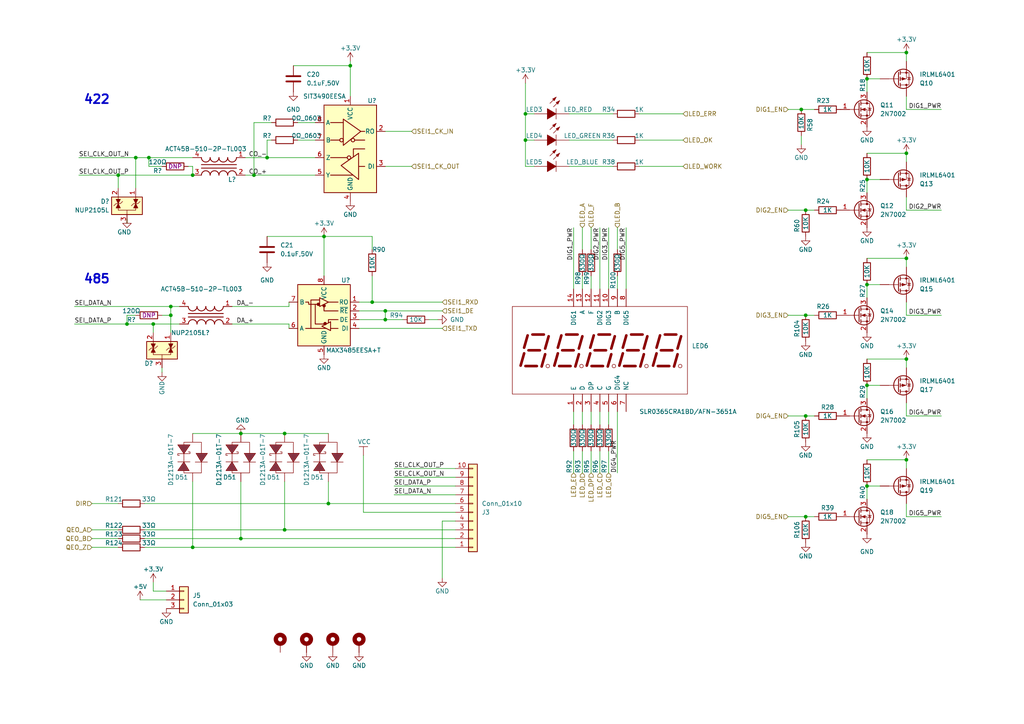
<source format=kicad_sch>
(kicad_sch (version 20230121) (generator eeschema)
  (paper "A4")
  (title_block (title "HPM5300RDCRevB") (date "2025-02-17") (rev "B") (comment 1 "MISC"))
  (junction (at 69.85 125.73))
  (junction (at 49.53 88.9))
  (junction (at 34.29 50.8))
  (junction (at 251.46 140.97))
  (junction (at 43.18 45.72))
  (junction (at 36.83 93.98))
  (junction (at 111.76 92.71))
  (junction (at 233.68 91.44))
  (junction (at 82.55 125.73))
  (junction (at 111.76 90.17))
  (junction (at 262.89 133.35))
  (junction (at 73.66 50.8))
  (junction (at 262.89 74.93))
  (junction (at 101.6 19.05))
  (junction (at 95.25 146.05))
  (junction (at 251.46 22.86))
  (junction (at 55.88 158.75))
  (junction (at 107.95 87.63))
  (junction (at 262.89 15.24))
  (junction (at 233.68 60.96))
  (junction (at 49.53 91.44))
  (junction (at 82.55 153.67))
  (junction (at 262.89 104.14))
  (junction (at 233.68 149.86))
  (junction (at 93.98 68.58))
  (junction (at 251.46 52.07))
  (junction (at 44.45 93.98))
  (junction (at 152.4 33.02))
  (junction (at 39.37 45.72))
  (junction (at 77.47 45.72))
  (junction (at 69.85 156.21))
  (junction (at 233.68 120.65))
  (junction (at 251.46 111.76))
  (junction (at 55.88 50.8))
  (junction (at 152.4 40.64))
  (junction (at 251.46 82.55))
  (junction (at 232.41 31.75))
  (junction (at 262.89 44.45))
  (wire (pts (xy 111.76 90.17) (xy 104.14 90.17)))
  (wire (pts (xy 41.91 156.21) (xy 69.85 156.21)))
  (wire (pts (xy 233.68 120.65) (xy 236.22 120.65)))
  (wire (pts (xy 40.64 173.99) (xy 48.26 173.99)))
  (wire (pts (xy 166.37 66.04) (xy 166.37 83.82)))
  (wire (pts (xy 262.89 46.99) (xy 262.89 44.45)))
  (wire (pts (xy 52.07 88.9) (xy 49.53 88.9)))
  (wire (pts (xy 44.45 93.98) (xy 52.07 93.98)))
  (wire (pts (xy 46.99 107.95) (xy 46.99 106.68)))
  (wire (pts (xy 91.44 35.56) (xy 86.36 35.56)))
  (wire (pts (xy 168.91 123.19) (xy 168.91 119.38)))
  (wire (pts (xy 152.4 33.02) (xy 152.4 40.64)))
  (wire (pts (xy 132.08 148.59) (xy 105.41 148.59)))
  (wire (pts (xy 228.6 31.75) (xy 232.41 31.75)))
  (wire (pts (xy 105.41 132.08) (xy 105.41 148.59)))
  (wire (pts (xy 262.89 31.75) (xy 273.05 31.75)))
  (wire (pts (xy 232.41 41.91) (xy 232.41 39.37)))
  (wire (pts (xy 83.82 87.63) (xy 83.82 88.9)))
  (wire (pts (xy 116.84 92.71) (xy 111.76 92.71)))
  (wire (pts (xy 177.8 40.64) (xy 165.1 40.64)))
  (wire (pts (xy 168.91 72.39) (xy 168.91 66.04)))
  (wire (pts (xy 166.37 123.19) (xy 166.37 119.38)))
  (wire (pts (xy 21.59 93.98) (xy 36.83 93.98)))
  (wire (pts (xy 107.95 68.58) (xy 93.98 68.58)))
  (wire (pts (xy 104.14 95.25) (xy 128.27 95.25)))
  (wire (pts (xy 233.68 149.86) (xy 236.22 149.86)))
  (wire (pts (xy 55.88 158.75) (xy 132.08 158.75)))
  (wire (pts (xy 251.46 86.36) (xy 251.46 82.55)))
  (wire (pts (xy 41.91 146.05) (xy 95.25 146.05)))
  (wire (pts (xy 119.38 38.1) (xy 111.76 38.1)))
  (wire (pts (xy 44.45 171.45) (xy 48.26 171.45)))
  (wire (pts (xy 185.42 40.64) (xy 198.12 40.64)))
  (wire (pts (xy 83.82 93.98) (xy 83.82 95.25)))
  (wire (pts (xy 179.07 119.38) (xy 179.07 137.16)))
  (wire (pts (xy 69.85 139.7) (xy 69.85 156.21)))
  (wire (pts (xy 114.3 135.89) (xy 132.08 135.89)))
  (wire (pts (xy 91.44 40.64) (xy 86.36 40.64)))
  (wire (pts (xy 185.42 33.02) (xy 198.12 33.02)))
  (wire (pts (xy 71.12 45.72) (xy 77.47 45.72)))
  (wire (pts (xy 176.53 130.81) (xy 176.53 137.16)))
  (wire (pts (xy 34.29 50.8) (xy 55.88 50.8)))
  (wire (pts (xy 78.74 40.64) (xy 77.47 40.64)))
  (wire (pts (xy 36.83 91.44) (xy 39.37 91.44)))
  (wire (pts (xy 67.31 93.98) (xy 83.82 93.98)))
  (wire (pts (xy 154.94 40.64) (xy 152.4 40.64)))
  (wire (pts (xy 69.85 156.21) (xy 132.08 156.21)))
  (wire (pts (xy 177.8 48.26) (xy 165.1 48.26)))
  (wire (pts (xy 262.89 149.86) (xy 273.05 149.86)))
  (wire (pts (xy 152.4 48.26) (xy 154.94 48.26)))
  (wire (pts (xy 251.46 26.67) (xy 251.46 22.86)))
  (wire (pts (xy 114.3 138.43) (xy 132.08 138.43)))
  (wire (pts (xy 78.74 35.56) (xy 73.66 35.56)))
  (wire (pts (xy 168.91 130.81) (xy 168.91 137.16)))
  (wire (pts (xy 82.55 153.67) (xy 132.08 153.67)))
  (wire (pts (xy 26.67 158.75) (xy 34.29 158.75)))
  (wire (pts (xy 21.59 88.9) (xy 49.53 88.9)))
  (wire (pts (xy 107.95 68.58) (xy 107.95 72.39)))
  (wire (pts (xy 262.89 135.89) (xy 262.89 133.35)))
  (wire (pts (xy 168.91 80.01) (xy 168.91 83.82)))
  (wire (pts (xy 185.42 48.26) (xy 198.12 48.26)))
  (wire (pts (xy 41.91 153.67) (xy 82.55 153.67)))
  (wire (pts (xy 251.46 15.24) (xy 262.89 15.24)))
  (wire (pts (xy 233.68 60.96) (xy 236.22 60.96)))
  (wire (pts (xy 171.45 123.19) (xy 171.45 119.38)))
  (wire (pts (xy 77.47 68.58) (xy 93.98 68.58)))
  (wire (pts (xy 128.27 167.64) (xy 128.27 151.13)))
  (wire (pts (xy 228.6 91.44) (xy 233.68 91.44)))
  (wire (pts (xy 251.46 44.45) (xy 262.89 44.45)))
  (wire (pts (xy 262.89 17.78) (xy 262.89 15.24)))
  (wire (pts (xy 26.67 146.05) (xy 34.29 146.05)))
  (wire (pts (xy 67.31 88.9) (xy 83.82 88.9)))
  (wire (pts (xy 232.41 31.75) (xy 236.22 31.75)))
  (wire (pts (xy 71.12 50.8) (xy 73.66 50.8)))
  (wire (pts (xy 114.3 143.51) (xy 132.08 143.51)))
  (wire (pts (xy 255.27 140.97) (xy 251.46 140.97)))
  (wire (pts (xy 251.46 144.78) (xy 251.46 140.97)))
  (wire (pts (xy 77.47 40.64) (xy 77.47 45.72)))
  (wire (pts (xy 95.25 146.05) (xy 132.08 146.05)))
  (wire (pts (xy 177.8 33.02) (xy 165.1 33.02)))
  (wire (pts (xy 101.6 19.05) (xy 101.6 27.94)))
  (wire (pts (xy 251.46 74.93) (xy 262.89 74.93)))
  (wire (pts (xy 26.67 156.21) (xy 34.29 156.21)))
  (wire (pts (xy 95.25 139.7) (xy 95.25 146.05)))
  (wire (pts (xy 179.07 72.39) (xy 179.07 66.04)))
  (wire (pts (xy 22.86 45.72) (xy 39.37 45.72)))
  (wire (pts (xy 171.45 80.01) (xy 171.45 83.82)))
  (wire (pts (xy 228.6 120.65) (xy 233.68 120.65)))
  (wire (pts (xy 132.08 151.13) (xy 128.27 151.13)))
  (wire (pts (xy 173.99 123.19) (xy 173.99 119.38)))
  (wire (pts (xy 55.88 139.7) (xy 55.88 158.75)))
  (wire (pts (xy 55.88 48.26) (xy 55.88 50.8)))
  (wire (pts (xy 36.83 91.44) (xy 36.83 93.98)))
  (wire (pts (xy 176.53 66.04) (xy 176.53 83.82)))
  (wire (pts (xy 179.07 80.01) (xy 179.07 83.82)))
  (wire (pts (xy 69.85 125.73) (xy 82.55 125.73)))
  (wire (pts (xy 173.99 66.04) (xy 173.99 83.82)))
  (wire (pts (xy 43.18 48.26) (xy 46.99 48.26)))
  (wire (pts (xy 111.76 90.17) (xy 128.27 90.17)))
  (wire (pts (xy 85.09 19.05) (xy 101.6 19.05)))
  (wire (pts (xy 111.76 90.17) (xy 111.76 92.71)))
  (wire (pts (xy 82.55 125.73) (xy 95.25 125.73)))
  (wire (pts (xy 173.99 130.81) (xy 173.99 137.16)))
  (wire (pts (xy 119.38 48.26) (xy 111.76 48.26)))
  (wire (pts (xy 114.3 140.97) (xy 132.08 140.97)))
  (wire (pts (xy 262.89 146.05) (xy 262.89 149.86)))
  (wire (pts (xy 262.89 106.68) (xy 262.89 104.14)))
  (wire (pts (xy 49.53 96.52) (xy 49.53 91.44)))
  (wire (pts (xy 127 92.71) (xy 124.46 92.71)))
  (wire (pts (xy 55.88 48.26) (xy 54.61 48.26)))
  (wire (pts (xy 77.47 45.72) (xy 91.44 45.72)))
  (wire (pts (xy 44.45 96.52) (xy 44.45 93.98)))
  (wire (pts (xy 171.45 130.81) (xy 171.45 137.16)))
  (wire (pts (xy 176.53 123.19) (xy 176.53 119.38)))
  (wire (pts (xy 181.61 66.04) (xy 181.61 83.82)))
  (wire (pts (xy 262.89 77.47) (xy 262.89 74.93)))
  (wire (pts (xy 41.91 158.75) (xy 55.88 158.75)))
  (wire (pts (xy 262.89 87.63) (xy 262.89 91.44)))
  (wire (pts (xy 255.27 111.76) (xy 251.46 111.76)))
  (wire (pts (xy 107.95 80.01) (xy 107.95 87.63)))
  (wire (pts (xy 111.76 92.71) (xy 104.14 92.71)))
  (wire (pts (xy 49.53 88.9) (xy 49.53 91.44)))
  (wire (pts (xy 152.4 24.13) (xy 152.4 33.02)))
  (wire (pts (xy 251.46 104.14) (xy 262.89 104.14)))
  (wire (pts (xy 262.89 91.44) (xy 273.05 91.44)))
  (wire (pts (xy 36.83 64.77) (xy 36.83 63.5)))
  (wire (pts (xy 107.95 87.63) (xy 128.27 87.63)))
  (wire (pts (xy 233.68 91.44) (xy 236.22 91.44)))
  (wire (pts (xy 104.14 87.63) (xy 107.95 87.63)))
  (wire (pts (xy 73.66 50.8) (xy 91.44 50.8)))
  (wire (pts (xy 73.66 35.56) (xy 73.66 50.8)))
  (wire (pts (xy 262.89 27.94) (xy 262.89 31.75)))
  (wire (pts (xy 44.45 168.91) (xy 44.45 171.45)))
  (wire (pts (xy 166.37 130.81) (xy 166.37 137.16)))
  (wire (pts (xy 154.94 33.02) (xy 152.4 33.02)))
  (wire (pts (xy 228.6 60.96) (xy 233.68 60.96)))
  (wire (pts (xy 152.4 40.64) (xy 152.4 48.26)))
  (wire (pts (xy 262.89 60.96) (xy 273.05 60.96)))
  (wire (pts (xy 251.46 55.88) (xy 251.46 52.07)))
  (wire (pts (xy 255.27 82.55) (xy 251.46 82.55)))
  (wire (pts (xy 55.88 125.73) (xy 69.85 125.73)))
  (wire (pts (xy 93.98 68.58) (xy 93.98 80.01)))
  (wire (pts (xy 36.83 93.98) (xy 44.45 93.98)))
  (wire (pts (xy 262.89 57.15) (xy 262.89 60.96)))
  (wire (pts (xy 101.6 17.78) (xy 101.6 19.05)))
  (wire (pts (xy 228.6 149.86) (xy 233.68 149.86)))
  (wire (pts (xy 26.67 153.67) (xy 34.29 153.67)))
  (wire (pts (xy 251.46 115.57) (xy 251.46 111.76)))
  (wire (pts (xy 39.37 54.61) (xy 39.37 45.72)))
  (wire (pts (xy 22.86 50.8) (xy 34.29 50.8)))
  (wire (pts (xy 49.53 91.44) (xy 46.99 91.44)))
  (wire (pts (xy 55.88 45.72) (xy 43.18 45.72)))
  (wire (pts (xy 255.27 52.07) (xy 251.46 52.07)))
  (wire (pts (xy 262.89 116.84) (xy 262.89 120.65)))
  (wire (pts (xy 262.89 120.65) (xy 273.05 120.65)))
  (wire (pts (xy 171.45 72.39) (xy 171.45 66.04)))
  (wire (pts (xy 82.55 139.7) (xy 82.55 153.67)))
  (wire (pts (xy 34.29 54.61) (xy 34.29 50.8)))
  (wire (pts (xy 43.18 45.72) (xy 43.18 48.26)))
  (wire (pts (xy 251.46 133.35) (xy 262.89 133.35)))
  (wire (pts (xy 39.37 45.72) (xy 43.18 45.72)))
  (wire (pts (xy 255.27 22.86) (xy 251.46 22.86)))
  (text "422" (at 24.13 30.48 0) (effects (font (size 2.54 2.54) (thickness 0.508) bold) (justify left bottom)))
  (text "485" (at 24.13 82.55 0) (effects (font (size 2.54 2.54) (thickness 0.508) bold) (justify left bottom)))
  (label "CO_+" (at 77.47 50.8 180))
  (label "DIG3_PWR" (at 273.05 91.44 180))
  (label "CO_-" (at 77.47 45.72 180))
  (label "DIG4_PWR" (at 179.07 137.16 90))
  (label "DIG3_PWR" (at 176.53 66.04 270))
  (label "SEI_CLK_OUT_P" (at 22.86 50.8 0))
  (label "SEI_CLK_OUT_N" (at 114.3 138.43 0))
  (label "SEI_DATA_N" (at 21.59 88.9 0))
  (label "SEI_DATA_N" (at 114.3 143.51 0))
  (label "DIG5_PWR" (at 181.61 66.04 270))
  (label "DIG4_PWR" (at 273.05 120.65 180))
  (label "DIG2_PWR" (at 173.99 66.04 270))
  (label "DA_-" (at 73.66 88.9 180))
  (label "DIG5_PWR" (at 273.05 149.86 180))
  (label "DA_+" (at 73.66 93.98 180))
  (label "DIG1_PWR" (at 166.37 66.04 270))
  (label "SEI_CLK_OUT_N" (at 22.86 45.72 0))
  (label "SEI_DATA_P" (at 114.3 140.97 0))
  (label "DIG1_PWR" (at 273.05 31.75 180))
  (label "SEI_CLK_OUT_P" (at 114.3 135.89 0))
  (label "DIG2_PWR" (at 273.05 60.96 180))
  (label "SEI_DATA_P" (at 21.59 93.98 0))
  (hierarchical_label "LED_DP" (shape input) (at 171.45 137.16 270))
  (hierarchical_label "DIG1_EN" (shape input) (at 228.6 31.75 180))
  (hierarchical_label "LED_ERR" (shape input) (at 198.12 33.02 0))
  (hierarchical_label "SEI1_TXD" (shape input) (at 128.27 95.25 0))
  (hierarchical_label "LED_F" (shape input) (at 171.45 66.04 90))
  (hierarchical_label "LED_C" (shape input) (at 173.99 137.16 270))
  (hierarchical_label "SEI1_CK_OUT" (shape input) (at 119.38 48.26 0))
  (hierarchical_label "DIG5_EN" (shape input) (at 228.6 149.86 180))
  (hierarchical_label "SEI1_RXD" (shape input) (at 128.27 87.63 0))
  (hierarchical_label "QEO_B" (shape input) (at 26.67 156.21 180))
  (hierarchical_label "LED_A" (shape input) (at 168.91 66.04 90))
  (hierarchical_label "LED_OK" (shape input) (at 198.12 40.64 0))
  (hierarchical_label "DIR" (shape input) (at 26.67 146.05 180))
  (hierarchical_label "LED_WORK" (shape input) (at 198.12 48.26 0))
  (hierarchical_label "QEO_Z" (shape input) (at 26.67 158.75 180))
  (hierarchical_label "SEI1_DE" (shape input) (at 128.27 90.17 0))
  (hierarchical_label "LED_B" (shape input) (at 179.07 66.04 90))
  (hierarchical_label "DIG4_EN" (shape input) (at 228.6 120.65 180))
  (hierarchical_label "DIG2_EN" (shape input) (at 228.6 60.96 180))
  (hierarchical_label "LED_G" (shape input) (at 176.53 137.16 270))
  (hierarchical_label "QEO_A" (shape input) (at 26.67 153.67 180))
  (hierarchical_label "DIG3_EN" (shape input) (at 228.6 91.44 180))
  (hierarchical_label "SEI1_CK_IN" (shape input) (at 119.38 38.1 0))
  (hierarchical_label "LED_E" (shape input) (at 166.37 137.16 270))
  (hierarchical_label "LED_D" (shape input) (at 168.91 137.16 270))
  (symbol (lib_id "03_HPM_Capacitance:0.1uF,50V,0603") (at 85.09 22.86 0) (unit 1)
    (property "Reference" "C20" (at 88.9 21.59 0) (effects (justify left)))
    (property "Value" "0.1uF,50V" (at 88.9 24.13 0) (effects (justify left)))
    (property "Footprint" "03_HPM_Capacitance:C_0603_1608Metric" (effects hide))
    (property "Model" "CC0603JRX7R9BB104" (effects hide))
    (property "Company" "YAGEO" (effects hide))
  )
  (symbol (lib_id "98_POWER:GND") (at 69.85 125.73 180) (unit 1)
    (property "Reference" "#PWR?" (effects hide))
    (property "Value" "GND" (at 72.39 121.92 0) (effects (justify left)))
    (instances (project "HPM5300-COMM" (path "" (reference "#PWR?") (unit 1))) (project "HPM5300RDCRevB" (path "" (reference "#PWR051") (unit 1)) (path "" (reference "#PWR026") (unit 1))))
  )
  (symbol (lib_id "06_HPM_Function_IC:MAX3485EESA+T") (at 101.6 82.55 0) (mirror y) (unit 1)
    (property "Reference" "U?" (at 101.6 81.28 0) (effects (justify left)))
    (property "Value" "MAX3485EESA+T" (at 110.49 101.6 0) (effects (justify left)))
    (property "Footprint" "06_HPM_SO:SOIC-8" (effects hide))
    (property "Model" "MAX3485EESA+T" (effects hide))
    (property "Company" "ADI" (effects hide))
    (instances (project "HPM5300-COMM" (path "" (reference "U?") (unit 1))) (project "HPM5300RDCRevB" (path "" (reference "U13") (unit 1)) (path "" (reference "U11") (unit 1))))
  )
  (symbol (lib_id "98_POWER:GND") (at 127 92.71 90) (unit 1)
    (property "Reference" "#PWR?" (effects hide))
    (property "Value" "GND" (at 134.62 92.71 90) (effects (justify left)))
    (instances (project "HPM5300-COMM" (path "" (reference "#PWR?") (unit 1))) (project "HPM5300RDCRevB" (path "" (reference "#PWR051") (unit 1)) (path "" (reference "#PWR097") (unit 1))))
  )
  (symbol (lib_id "98_POWER:GND") (at 93.98 102.87 0) (mirror y) (unit 1)
    (property "Reference" "#PWR?" (effects hide))
    (property "Value" "GND" (at 93.98 106.68 0))
    (instances (project "HPM5300-COMM" (path "" (reference "#PWR?") (unit 1))) (project "HPM5300RDCRevB" (path "" (reference "#PWR0162") (unit 1)) (path "" (reference "#PWR090") (unit 1))))
  )
  (symbol (lib_id "power:+3.3V") (at 152.4 24.13 0) (unit 1)
    (property "Reference" "#PWR?" (effects hide))
    (property "Value" "+3.3V" (at 152.4 20.32 0))
    (instances (project "HPM5300-USB-OSC" (path "" (reference "#PWR?") (unit 1))) (project "HPM5300RDCRevB" (path "" (reference "#PWR088") (unit 1)) (path "" (reference "#PWR0133") (unit 1)) (path "" (reference "#PWR03") (unit 1)) (path "" (reference "#PWR022") (unit 1))))
  )
  (symbol (lib_id "02_HPM_Resistor:1K_0603") (at 181.61 33.02 0) (unit 1)
    (property "Reference" "R34" (at 176.53 31.75 0))
    (property "Value" "1K" (at 185.42 31.75 0))
    (property "Footprint" "02_HPM_Resistor:R_0603_1608Metric" (effects hide))
    (property "Model" "RC0603FR-071KL\n" (effects hide))
    (property "Company" "YAGEO" (effects hide))
  )
  (symbol (lib_id "98_POWER:GND") (at 77.47 76.2 0) (mirror y) (unit 1)
    (property "Reference" "#PWR?" (effects hide))
    (property "Value" "GND" (at 77.47 81.28 0))
    (instances (project "HPM5300-COMM" (path "" (reference "#PWR?") (unit 1))) (project "HPM5300RDCRevB" (path "" (reference "#PWR0153") (unit 1)) (path "" (reference "#PWR051") (unit 1))))
  )
  (symbol (lib_id "04_HPM_Diode:2N7002") (at 248.92 60.96 0) (unit 1)
    (property "Reference" "Q12" (at 255.27 59.69 0) (effects (justify left)))
    (property "Value" "2N7002" (at 255.27 62.23 0) (effects (justify left)))
    (property "Footprint" "06_HPM_SOT:SOT-23" (effects hide))
    (property "Model" "2N7002" (effects hide))
    (property "Company" " CJ(江苏长电/长晶) " (effects hide))
  )
  (symbol (lib_id "02_HPM_Resistor:33Ω_0402") (at 38.1 158.75 0) (unit 1)
    (property "Reference" "R124" (at 33.02 157.48 0))
    (property "Value" "33Ω" (at 43.18 157.48 0))
    (property "Footprint" "02_HPM_Resistor:R_0603_1608Metric" (effects hide))
    (property "Model" "0603WAF330JT5E" (effects hide))
    (property "Company" "UNI-ROYAL(厚声)" (effects hide))
  )
  (symbol (lib_id "04_HPM_Diode:2N7002") (at 248.92 91.44 0) (unit 1)
    (property "Reference" "Q14" (at 255.27 90.17 0) (effects (justify left)))
    (property "Value" "2N7002" (at 255.27 92.71 0) (effects (justify left)))
    (property "Footprint" "06_HPM_SOT:SOT-23" (effects hide))
    (property "Model" "2N7002" (effects hide))
    (property "Company" " CJ(江苏长电/长晶) " (effects hide))
  )
  (symbol (lib_id "02_HPM_Resistor:33Ω_0402") (at 38.1 153.67 0) (unit 1)
    (property "Reference" "R122" (at 33.02 152.4 0))
    (property "Value" "33Ω" (at 43.18 152.4 0))
    (property "Footprint" "02_HPM_Resistor:R_0603_1608Metric" (effects hide))
    (property "Model" "0603WAF330JT5E" (effects hide))
    (property "Company" "UNI-ROYAL(厚声)" (effects hide))
  )
  (symbol (lib_id "02_HPM_Resistor:33Ω_0402") (at 38.1 156.21 0) (unit 1)
    (property "Reference" "R123" (at 33.02 154.94 0))
    (property "Value" "33Ω" (at 43.18 154.94 0))
    (property "Footprint" "02_HPM_Resistor:R_0603_1608Metric" (effects hide))
    (property "Model" "0603WAF330JT5E" (effects hide))
    (property "Company" "UNI-ROYAL(厚声)" (effects hide))
  )
  (symbol (lib_id "power:+3.3V") (at 262.89 44.45 0) (unit 1)
    (property "Reference" "#PWR?" (effects hide))
    (property "Value" "+3.3V" (at 262.89 40.64 0))
    (instances (project "HPM5300-COMM" (path "" (reference "#PWR?") (unit 1))) (project "HPM5300RDCRevB" (path "" (reference "#PWR0152") (unit 1)) (path "" (reference "#PWR092") (unit 1))))
  )
  (symbol (lib_id "02_HPM_Resistor:10K_0603") (at 120.65 92.71 180) (unit 1)
    (property "Reference" "R94" (at 113.03 91.44 0) (effects (justify right)))
    (property "Value" "10K" (at 120.65 92.71 0))
    (property "Footprint" "02_HPM_Resistor:R_0603_1608Metric" (effects hide))
    (property "Model" "RC0603FR-0710KL\n" (effects hide))
    (property "Company" "YAGEO\n" (effects hide))
  )
  (symbol (lib_id "02_HPM_Resistor:330Ω_0603") (at 171.45 76.2 90) (unit 1)
    (property "Reference" "R99" (at 170.18 78.74 0) (effects (justify right)))
    (property "Value" "330Ω" (at 171.45 76.2 0))
    (property "Footprint" "02_HPM_Resistor:R_0603_1608Metric" (effects hide))
    (property "Model" "0603WAF3300T5E" (effects hide))
    (property "Company" "UNI-ROYAL(厚声)" (effects hide))
  )
  (symbol (lib_id "power:+3.3V") (at 93.98 68.58 0) (unit 1)
    (property "Reference" "#PWR?" (effects hide))
    (property "Value" "+3.3V" (at 93.98 64.77 0))
    (instances (project "HPM5300-COMM" (path "" (reference "#PWR?") (unit 1))) (project "HPM5300RDCRevB" (path "" (reference "#PWR0159") (unit 1)) (path "" (reference "#PWR088") (unit 1))))
  )
  (symbol (lib_id "02_HPM_Resistor:330Ω_0603") (at 176.53 127 90) (unit 1)
    (property "Reference" "R97" (at 175.26 133.35 0) (effects (justify right)))
    (property "Value" "330Ω" (at 176.53 127 0))
    (property "Footprint" "02_HPM_Resistor:R_0603_1608Metric" (effects hide))
    (property "Model" "0603WAF3300T5E" (effects hide))
    (property "Company" "UNI-ROYAL(厚声)" (effects hide))
  )
  (symbol (lib_id "04_HPM_Diode:2N7002") (at 248.92 149.86 0) (unit 1)
    (property "Reference" "Q18" (at 255.27 148.59 0) (effects (justify left)))
    (property "Value" "2N7002" (at 255.27 151.13 0) (effects (justify left)))
    (property "Footprint" "06_HPM_SOT:SOT-23" (effects hide))
    (property "Model" "2N7002" (effects hide))
    (property "Company" " CJ(江苏长电/长晶) " (effects hide))
  )
  (symbol (lib_id "04_HPM_Diode:NUP2105L") (at 36.83 59.69 0) (mirror y) (unit 1)
    (property "Reference" "D?" (at 30.48 58.42 0))
    (property "Value" "NUP2105L" (at 26.67 60.96 0))
    (property "Footprint" "06_HPM_SOT:SOT-23" (effects hide))
    (property "Model" "NUP2105L" (effects hide))
    (property "Company" "TECH PUBLIC(台舟)" (effects hide))
    (instances (project "HPM5300-COMM" (path "" (reference "D?") (unit 1))) (project "HPM5300RDCRevB" (path "" (reference "D8") (unit 1)) (path "" (reference "D5") (unit 1))))
  )
  (symbol (lib_id "power:+3.3V") (at 262.89 133.35 0) (unit 1)
    (property "Reference" "#PWR?" (effects hide))
    (property "Value" "+3.3V" (at 262.89 129.54 0))
    (instances (project "HPM5300-COMM" (path "" (reference "#PWR?") (unit 1))) (project "HPM5300RDCRevB" (path "" (reference "#PWR0152") (unit 1)) (path "" (reference "#PWR0105") (unit 1))))
  )
  (symbol (lib_id "power:+5V") (at 40.64 173.99 0) (unit 1)
    (property "Reference" "#PWR?" (effects hide))
    (property "Value" "+5V" (at 40.64 170.18 0))
    (instances (project "HPM5300-POWER" (path "" (reference "#PWR?") (unit 1))) (project "HPM5300RDCRevB" (path "" (reference "#PWR0112") (unit 1)) (path "" (reference "#PWR0122") (unit 1))))
  )
  (symbol (lib_name "D1213A-01T-7_2") (lib_id "04_HPM_Diode:D1213A-01T-7") (at 71.12 133.35 180) (unit 1)
    (property "Reference" "D51" (at 68.58 138.43 0) (effects (justify left)))
    (property "Value" "D1213A-01T-7" (at 63.5 133.35 90))
    (property "Footprint" "04_HPM_Diode:SOD_523_1P4" (effects hide))
    (property "Model" " D1213A-01T-7" (effects hide))
    (property "Company" " DIODES(美台) " (effects hide))
    (instances (project "HPM6750EVK2 RevD" (path "" (reference "D51") (unit 1))) (project "HPM5300RDCRevB" (path "" (reference "D6") (unit 1))))
  )
  (symbol (lib_id "Mechanical:MountingHole_Pad") (at 96.52 186.69 0) (unit 1)
    (property "Reference" "FID?" (effects hide))
    (property "Value" "MountingHole_Pad" (effects hide))
    (property "Footprint" "01_HPM_Peripheral:MountingHole_3.2mm_M3_Pad" (effects hide))
    (instances (project "HPM5300-USB-OSC" (path "" (reference "FID?") (unit 1))) (project "hpm6360-evk-a3" (path "" (reference "FID?") (unit 1))) (project "HPM5300RDCRevB" (path "" (reference "H3") (unit 1)) (path "" (reference "FID3") (unit 1))))
  )
  (symbol (lib_id "02_HPM_Resistor:10K_0603") (at 233.68 64.77 90) (unit 1)
    (property "Reference" "R60" (at 231.14 63.5 0) (effects (justify right)))
    (property "Value" "10K" (at 233.68 64.77 0))
    (property "Footprint" "02_HPM_Resistor:R_0603_1608Metric" (effects hide))
    (property "Model" "RC0603FR-0710KL\n" (effects hide))
    (property "Company" "YAGEO\n" (effects hide))
  )
  (symbol (lib_id "02_HPM_Resistor:10K_0603") (at 232.41 35.56 90) (unit 1)
    (property "Reference" "R58" (at 234.95 34.29 0) (effects (justify right)))
    (property "Value" "10K" (at 232.41 35.56 0))
    (property "Footprint" "02_HPM_Resistor:R_0603_1608Metric" (effects hide))
    (property "Model" "RC0603FR-0710KL\n" (effects hide))
    (property "Company" "YAGEO\n" (effects hide))
  )
  (symbol (lib_id "98_POWER:GND") (at 85.09 26.67 0) (mirror y) (unit 1)
    (property "Reference" "#PWR?" (effects hide))
    (property "Value" "GND" (at 85.09 31.75 0))
    (instances (project "HPM5300-COMM" (path "" (reference "#PWR?") (unit 1))) (project "HPM5300RDCRevB" (path "" (reference "#PWR0153") (unit 1)) (path "" (reference "#PWR050") (unit 1))))
  )
  (symbol (lib_id "02_HPM_Resistor:10K_0603") (at 251.46 107.95 270) (unit 1)
    (property "Reference" "R29" (at 250.19 115.57 0) (effects (justify right)))
    (property "Value" "10K" (at 251.46 107.95 0))
    (property "Footprint" "02_HPM_Resistor:R_0603_1608Metric" (effects hide))
    (property "Model" "RC0603FR-0710KL\n" (effects hide))
    (property "Company" "YAGEO\n" (effects hide))
  )
  (symbol (lib_id "04_HPM_Diode:2N7002") (at 248.92 120.65 0) (unit 1)
    (property "Reference" "Q16" (at 255.27 119.38 0) (effects (justify left)))
    (property "Value" "2N7002" (at 255.27 121.92 0) (effects (justify left)))
    (property "Footprint" "06_HPM_SOT:SOT-23" (effects hide))
    (property "Model" "2N7002" (effects hide))
    (property "Company" " CJ(江苏长电/长晶) " (effects hide))
  )
  (symbol (lib_id "02_HPM_Resistor:0Ω_0603") (at 82.55 35.56 0) (unit 1)
    (property "Reference" "R?" (at 77.47 34.29 0))
    (property "Value" "0Ω_0603" (at 88.9 34.29 0))
    (property "Footprint" "02_HPM_Resistor:R_0603_1608Metric" (effects hide))
    (property "Model" "0603WAF0000T5E" (effects hide))
    (property "Company" "UNI-ROYAL(厚声)" (effects hide))
    (instances (project "HPM5300-POWER" (path "" (reference "R?") (unit 1))) (project "HPM5300RDCRevB" (path "" (reference "R4") (unit 1)) (path "" (reference "R21") (unit 1)) (path "" (reference "R109") (unit 1))))
  )
  (symbol (lib_id "12_HPM_ Triode:IRLML6401") (at 260.35 111.76 0) (mirror x) (unit 1)
    (property "Reference" "Q17" (at 266.7 113.03 0) (effects (justify left)))
    (property "Value" "IRLML6401" (at 266.7 110.49 0) (effects (justify left)))
    (property "Footprint" "06_HPM_SOT:SOT-23" (effects hide))
    (property "Model" " IRLML6401" (effects hide))
    (property "Company" " UMW(友台半导体) " (effects hide))
  )
  (symbol (lib_id "02_HPM_Resistor:0Ω_0603") (at 82.55 40.64 0) (unit 1)
    (property "Reference" "R?" (at 77.47 39.37 0))
    (property "Value" "0Ω_0603" (at 88.9 39.37 0))
    (property "Footprint" "02_HPM_Resistor:R_0603_1608Metric" (effects hide))
    (property "Model" "0603WAF0000T5E" (effects hide))
    (property "Company" "UNI-ROYAL(厚声)" (effects hide))
    (instances (project "HPM5300-POWER" (path "" (reference "R?") (unit 1))) (project "HPM5300RDCRevB" (path "" (reference "R4") (unit 1)) (path "" (reference "R21") (unit 1)) (path "" (reference "R110") (unit 1))))
  )
  (symbol (lib_id "12_HPM_ Triode:IRLML6401") (at 260.35 22.86 0) (mirror x) (unit 1)
    (property "Reference" "Q10" (at 266.7 24.13 0) (effects (justify left)))
    (property "Value" "IRLML6401" (at 266.7 21.59 0) (effects (justify left)))
    (property "Footprint" "06_HPM_SOT:SOT-23" (effects hide))
    (property "Model" " IRLML6401" (effects hide))
    (property "Company" " UMW(友台半导体) " (effects hide))
  )
  (symbol (lib_id "98_POWER:GND") (at 46.99 107.95 0) (mirror y) (unit 1)
    (property "Reference" "#PWR?" (effects hide))
    (property "Value" "GND" (at 46.99 110.49 90) (effects (justify right)))
    (instances (project "HPM5300-COMM" (path "" (reference "#PWR?") (unit 1))) (project "HPM5300RDCRevB" (path "" (reference "#PWR0161") (unit 1)) (path "" (reference "#PWR052") (unit 1))))
  )
  (symbol (lib_id "02_HPM_Resistor:120Ω") (at 50.8 48.26 0) (mirror y) (unit 1)
    (property "Reference" "R?" (at 45.72 49.53 0))
    (property "Value" "120Ω" (at 45.72 46.99 0))
    (property "Footprint" "02_HPM_Resistor:R_0805_2012Metric" (effects hide))
    (property "Model" "0805W8F1200T5E" (effects hide))
    (property "Company" "UNI-ROYAL(厚声)" (effects hide))
    (property "ASSY_OPT" "DNP" (at 50.8 48.26 0))
    (instances (project "HPM5300-COMM" (path "" (reference "R?") (unit 1))) (project "HPM5300RDCRevB" (path "" (reference "R86") (unit 1)) (path "" (reference "R91") (unit 1))))
  )
  (symbol (lib_id "02_HPM_Resistor:10K_0603") (at 107.95 76.2 90) (unit 1)
    (property "Reference" "R90" (at 107.95 72.39 90) (effects (justify right)))
    (property "Value" "10K" (at 107.95 76.2 0))
    (property "Footprint" "02_HPM_Resistor:R_0603_1608Metric" (effects hide))
    (property "Model" "RC0603FR-0710KL\n" (effects hide))
    (property "Company" "YAGEO\n" (effects hide))
  )
  (symbol (lib_id "98_POWER:GND") (at 36.83 63.5 0) (mirror y) (unit 1)
    (property "Reference" "#PWR?" (effects hide))
    (property "Value" "GND" (at 38.1 67.31 0) (effects (justify left)))
    (instances (project "HPM5300-COMM" (path "" (reference "#PWR?") (unit 1))) (project "HPM5300RDCRevB" (path "" (reference "#PWR0158") (unit 1)) (path "" (reference "#PWR054") (unit 1))))
  )
  (symbol (lib_id "06_HPM_Function_IC:SIT3490EESA") (at 101.6 43.18 0) (mirror y) (unit 1)
    (property "Reference" "U?" (at 109.22 29.21 0) (effects (justify left)))
    (property "Value" "SIT3490EESA" (at 100.33 27.94 0) (effects (justify left)))
    (property "Footprint" "06_HPM_SO:SOIC-8" (effects hide))
    (property "Model" "SIT3490EESA" (effects hide))
    (property "Company" "SIT(芯力特)" (effects hide))
    (instances (project "HPM5300-COMM" (path "" (reference "U?") (unit 1))) (project "HPM5300RDCRevB" (path "" (reference "U12") (unit 1)) (path "" (reference "U10") (unit 1))))
  )
  (symbol (lib_id "04_HPM_Diode:2N7002") (at 248.92 31.75 0) (unit 1)
    (property "Reference" "Q11" (at 255.27 30.48 0) (effects (justify left)))
    (property "Value" "2N7002" (at 255.27 33.02 0) (effects (justify left)))
    (property "Footprint" "06_HPM_SOT:SOT-23" (effects hide))
    (property "Model" "2N7002" (effects hide))
    (property "Company" " CJ(江苏长电/长晶) " (effects hide))
  )
  (symbol (lib_id "12_HPM_ Triode:IRLML6401") (at 260.35 52.07 0) (mirror x) (unit 1)
    (property "Reference" "Q13" (at 266.7 53.34 0) (effects (justify left)))
    (property "Value" "IRLML6401" (at 266.7 50.8 0) (effects (justify left)))
    (property "Footprint" "06_HPM_SOT:SOT-23" (effects hide))
    (property "Model" " IRLML6401" (effects hide))
    (property "Company" " UMW(友台半导体) " (effects hide))
  )
  (symbol (lib_id "98_POWER:GND") (at 251.46 66.04 0) (mirror y) (unit 1)
    (property "Reference" "#PWR?" (effects hide))
    (property "Value" "GND" (at 251.46 69.85 0))
    (instances (project "HPM5300-COMM" (path "" (reference "#PWR?") (unit 1))) (project "HPM5300RDCRevB" (path "" (reference "#PWR0162") (unit 1)) (path "" (reference "#PWR089") (unit 1))))
  )
  (symbol (lib_id "02_HPM_Resistor:1K_0603") (at 240.03 31.75 0) (unit 1)
    (property "Reference" "R23" (at 238.76 29.21 0))
    (property "Value" "1K" (at 240.03 31.75 0))
    (property "Footprint" "02_HPM_Resistor:R_0603_1608Metric" (effects hide))
    (property "Model" "RC0603FR-071KL\n" (effects hide))
    (property "Company" "YAGEO" (effects hide))
  )
  (symbol (lib_id "03_HPM_Capacitance:0.1uF,50V,0603") (at 77.47 72.39 0) (unit 1)
    (property "Reference" "C21" (at 81.28 71.12 0) (effects (justify left)))
    (property "Value" "0.1uF,50V" (at 81.28 73.66 0) (effects (justify left)))
    (property "Footprint" "03_HPM_Capacitance:C_0603_1608Metric" (effects hide))
    (property "Model" "CC0603JRX7R9BB104" (effects hide))
    (property "Company" "YAGEO" (effects hide))
  )
  (symbol (lib_id "98_POWER:GND") (at 233.68 99.06 0) (mirror y) (unit 1)
    (property "Reference" "#PWR?" (effects hide))
    (property "Value" "GND" (at 233.68 102.87 0))
    (instances (project "HPM5300-COMM" (path "" (reference "#PWR?") (unit 1))) (project "HPM5300RDCRevB" (path "" (reference "#PWR0162") (unit 1)) (path "" (reference "#PWR071") (unit 1))))
  )
  (symbol (lib_id "02_HPM_Resistor:1K_0603") (at 181.61 48.26 0) (unit 1)
    (property "Reference" "R38" (at 176.53 46.99 0))
    (property "Value" "1K" (at 185.42 46.99 0))
    (property "Footprint" "02_HPM_Resistor:R_0603_1608Metric" (effects hide))
    (property "Model" "RC0603FR-071KL\n" (effects hide))
    (property "Company" "YAGEO" (effects hide))
  )
  (symbol (lib_id "02_HPM_Resistor:330Ω_0603") (at 171.45 127 90) (unit 1)
    (property "Reference" "R95" (at 170.18 133.35 0) (effects (justify right)))
    (property "Value" "330Ω" (at 171.45 127 0))
    (property "Footprint" "02_HPM_Resistor:R_0603_1608Metric" (effects hide))
    (property "Model" "0603WAF3300T5E" (effects hide))
    (property "Company" "UNI-ROYAL(厚声)" (effects hide))
  )
  (symbol (lib_id "02_HPM_Resistor:330Ω_0603") (at 168.91 127 90) (unit 1)
    (property "Reference" "R93" (at 167.64 133.35 0) (effects (justify right)))
    (property "Value" "330Ω" (at 168.91 127 0))
    (property "Footprint" "02_HPM_Resistor:R_0603_1608Metric" (effects hide))
    (property "Model" "0603WAF3300T5E" (effects hide))
    (property "Company" "UNI-ROYAL(厚声)" (effects hide))
  )
  (symbol (lib_id "04_HPM_Diode:NUP2105L") (at 46.99 101.6 0) (mirror y) (unit 1)
    (property "Reference" "D?" (at 43.18 105.41 0))
    (property "Value" "NUP2105L" (at 54.61 96.52 0))
    (property "Footprint" "06_HPM_SOT:SOT-23" (effects hide))
    (property "Field4" "NUP2105L" (effects hide))
    (property "Field5" "TECH PUBLIC(台舟)" (effects hide))
    (property "Model" "NUP2105L" (effects hide))
    (property "Company" "TECH PUBLIC(台舟)" (effects hide))
    (instances (project "HPM5300-COMM" (path "" (reference "D?") (unit 1))) (project "HPM5300RDCRevB" (path "" (reference "D7") (unit 1)) (path "" (reference "D1") (unit 1))))
  )
  (symbol (lib_id "01-HPM-Peripheral:LED_BLUE") (at 158.75 48.26 0) (mirror y) (unit 1)
    (property "Reference" "LED5" (at 154.94 46.99 0))
    (property "Value" "LED_BLUE" (at 168.91 46.99 0))
    (property "Footprint" "01_HPM_Peripheral:LED_0603" (effects hide))
    (property "Model" "NCD0603B1" (effects hide))
    (property "Company" "国星光电" (effects hide))
  )
  (symbol (lib_id "02_HPM_Resistor:33Ω_0402") (at 38.1 146.05 0) (unit 1)
    (property "Reference" "R121" (at 33.02 144.78 0))
    (property "Value" "33Ω" (at 43.18 144.78 0))
    (property "Footprint" "02_HPM_Resistor:R_0603_1608Metric" (effects hide))
    (property "Model" "0603WAF330JT5E" (effects hide))
    (property "Company" "UNI-ROYAL(厚声)" (effects hide))
  )
  (symbol (lib_name "D1213A-01T-7_1") (lib_id "04_HPM_Diode:D1213A-01T-7") (at 57.15 133.35 180) (unit 1)
    (property "Reference" "D51" (at 54.61 138.43 0) (effects (justify left)))
    (property "Value" "D1213A-01T-7" (at 49.53 133.35 90))
    (property "Footprint" "04_HPM_Diode:SOD_523_1P4" (effects hide))
    (property "Model" " D1213A-01T-7" (effects hide))
    (property "Company" " DIODES(美台) " (effects hide))
    (instances (project "HPM6750EVK2 RevD" (path "" (reference "D51") (unit 1))) (project "HPM5300RDCRevB" (path "" (reference "D4") (unit 1))))
  )
  (symbol (lib_id "98_POWER:GND") (at 233.68 157.48 0) (mirror y) (unit 1)
    (property "Reference" "#PWR?" (effects hide))
    (property "Value" "GND" (at 233.68 161.29 0))
    (instances (project "HPM5300-COMM" (path "" (reference "#PWR?") (unit 1))) (project "HPM5300RDCRevB" (path "" (reference "#PWR0162") (unit 1)) (path "" (reference "#PWR074") (unit 1))))
  )
  (symbol (lib_id "98_POWER:GND") (at 101.6 58.42 0) (mirror y) (unit 1)
    (property "Reference" "#PWR?" (effects hide))
    (property "Value" "GND" (at 101.6 62.23 0))
    (instances (project "HPM5300-COMM" (path "" (reference "#PWR?") (unit 1))) (project "HPM5300RDCRevB" (path "" (reference "#PWR0157") (unit 1)) (path "" (reference "#PWR095") (unit 1))))
  )
  (symbol (lib_id "02_HPM_Resistor:330Ω_0603") (at 173.99 127 90) (unit 1)
    (property "Reference" "R96" (at 172.72 133.35 0) (effects (justify right)))
    (property "Value" "330Ω" (at 173.99 127 0))
    (property "Footprint" "02_HPM_Resistor:R_0603_1608Metric" (effects hide))
    (property "Model" "0603WAF3300T5E" (effects hide))
    (property "Company" "UNI-ROYAL(厚声)" (effects hide))
  )
  (symbol (lib_id "02_HPM_Resistor:10K_0603") (at 251.46 19.05 270) (unit 1)
    (property "Reference" "R18" (at 250.19 26.67 0) (effects (justify right)))
    (property "Value" "10K" (at 251.46 19.05 0))
    (property "Footprint" "02_HPM_Resistor:R_0603_1608Metric" (effects hide))
    (property "Model" "RC0603FR-0710KL\n" (effects hide))
    (property "Company" "YAGEO\n" (effects hide))
  )
  (symbol (lib_id "98_POWER:GND") (at 96.52 189.23 0) (unit 1)
    (property "Reference" "#PWR?" (effects hide))
    (property "Value" "GND" (at 94.488 193.04 0) (effects (justify left)))
    (instances (project "HPM5300-USB-OSC" (path "" (reference "#PWR?") (unit 1))) (project "HPM5300RDCRevB" (path "" (reference "#PWR080") (unit 1)) (path "" (reference "#PWR080") (unit 1))))
  )
  (symbol (lib_id "98_POWER:GND") (at 48.26 176.53 0) (mirror y) (unit 1)
    (property "Reference" "#PWR?" (effects hide))
    (property "Value" "GND" (at 48.26 180.34 0))
    (instances (project "HPM5300-COMM" (path "" (reference "#PWR?") (unit 1))) (project "HPM5300RDCRevB" (path "" (reference "#PWR0162") (unit 1)) (path "" (reference "#PWR0123") (unit 1))))
  )
  (symbol (lib_id "12_HPM_ Triode:IRLML6401") (at 260.35 82.55 0) (mirror x) (unit 1)
    (property "Reference" "Q15" (at 266.7 83.82 0) (effects (justify left)))
    (property "Value" "IRLML6401" (at 266.7 81.28 0) (effects (justify left)))
    (property "Footprint" "06_HPM_SOT:SOT-23" (effects hide))
    (property "Model" " IRLML6401" (effects hide))
    (property "Company" " UMW(友台半导体) " (effects hide))
  )
  (symbol (lib_id "02_HPM_Resistor:10K_0603") (at 233.68 95.25 90) (unit 1)
    (property "Reference" "R104" (at 231.14 92.71 0) (effects (justify right)))
    (property "Value" "10K" (at 233.68 95.25 0))
    (property "Footprint" "02_HPM_Resistor:R_0603_1608Metric" (effects hide))
    (property "Model" "RC0603FR-0710KL\n" (effects hide))
    (property "Company" "YAGEO\n" (effects hide))
  )
  (symbol (lib_id "98_POWER:GND") (at 251.46 154.94 0) (mirror y) (unit 1)
    (property "Reference" "#PWR?" (effects hide))
    (property "Value" "GND" (at 251.46 160.02 0))
    (instances (project "HPM5300-COMM" (path "" (reference "#PWR?") (unit 1))) (project "HPM5300RDCRevB" (path "" (reference "#PWR0162") (unit 1)) (path "" (reference "#PWR0103") (unit 1))))
  )
  (symbol (lib_id "98_POWER:GND") (at 104.14 189.23 0) (unit 1)
    (property "Reference" "#PWR?" (effects hide))
    (property "Value" "GND" (at 102.108 193.04 0) (effects (justify left)))
    (instances (project "HPM5300-USB-OSC" (path "" (reference "#PWR?") (unit 1))) (project "HPM5300RDCRevB" (path "" (reference "#PWR081") (unit 1)) (path "" (reference "#PWR081") (unit 1))))
  )
  (symbol (lib_id "02_HPM_Resistor:10K_0603") (at 233.68 153.67 90) (unit 1)
    (property "Reference" "R106" (at 231.14 151.13 0) (effects (justify right)))
    (property "Value" "10K" (at 233.68 153.67 0))
    (property "Footprint" "02_HPM_Resistor:R_0603_1608Metric" (effects hide))
    (property "Model" "RC0603FR-0710KL\n" (effects hide))
    (property "Company" "YAGEO\n" (effects hide))
  )
  (symbol (lib_id "02_HPM_Resistor:10K_0603") (at 251.46 137.16 270) (unit 1)
    (property "Reference" "R40" (at 250.19 144.78 0) (effects (justify right)))
    (property "Value" "10K" (at 251.46 137.16 0))
    (property "Footprint" "02_HPM_Resistor:R_0603_1608Metric" (effects hide))
    (property "Model" "RC0603FR-0710KL\n" (effects hide))
    (property "Company" "YAGEO\n" (effects hide))
  )
  (symbol (lib_id "02_HPM_Resistor:330Ω_0603") (at 166.37 127 90) (unit 1)
    (property "Reference" "R92" (at 165.1 133.35 0) (effects (justify right)))
    (property "Value" "330Ω" (at 166.37 127 0))
    (property "Footprint" "02_HPM_Resistor:R_0603_1608Metric" (effects hide))
    (property "Model" "0603WAF3300T5E" (effects hide))
    (property "Company" "UNI-ROYAL(厚声)" (effects hide))
  )
  (symbol (lib_id "02_HPM_Resistor:1K_0603") (at 240.03 60.96 0) (unit 1)
    (property "Reference" "R24" (at 238.76 58.42 0))
    (property "Value" "1K" (at 240.03 60.96 0))
    (property "Footprint" "02_HPM_Resistor:R_0603_1608Metric" (effects hide))
    (property "Model" "RC0603FR-071KL\n" (effects hide))
    (property "Company" "YAGEO" (effects hide))
  )
  (symbol (lib_id "98_POWER:GND") (at 251.46 36.83 0) (mirror y) (unit 1)
    (property "Reference" "#PWR?" (effects hide))
    (property "Value" "GND" (at 251.46 40.64 0))
    (instances (project "HPM5300-COMM" (path "" (reference "#PWR?") (unit 1))) (project "HPM5300RDCRevB" (path "" (reference "#PWR0162") (unit 1)) (path "" (reference "#PWR086") (unit 1))))
  )
  (symbol (lib_id "05_HPM_Connector_PinHeader:Conn_01x03") (at 50.8 173.99 0) (unit 1)
    (property "Reference" "J5" (at 55.88 172.72 0) (effects (justify left)))
    (property "Value" "Conn_01x03" (at 55.88 175.26 0) (effects (justify left)))
    (property "Footprint" "05_HPM_Connector_PinHeader:PinHeader_1x03_P2.54mm_Vertical" (effects hide))
    (property "Model" "2.54-1*3P直针" (effects hide))
    (property "Company" " BOOMELE(博穆精密) " (effects hide))
  )
  (symbol (lib_id "02_HPM_Resistor:330Ω_0603") (at 179.07 76.2 90) (unit 1)
    (property "Reference" "R100" (at 177.8 78.74 0) (effects (justify right)))
    (property "Value" "330Ω" (at 179.07 76.2 0))
    (property "Footprint" "02_HPM_Resistor:R_0603_1608Metric" (effects hide))
    (property "Model" "0603WAF3300T5E" (effects hide))
    (property "Company" "UNI-ROYAL(厚声)" (effects hide))
  )
  (symbol (lib_id "98_POWER:GND") (at 232.41 41.91 0) (mirror y) (unit 1)
    (property "Reference" "#PWR?" (effects hide))
    (property "Value" "GND" (at 232.41 45.72 0))
    (instances (project "HPM5300-COMM" (path "" (reference "#PWR?") (unit 1))) (project "HPM5300RDCRevB" (path "" (reference "#PWR0162") (unit 1)) (path "" (reference "#PWR05") (unit 1))))
  )
  (symbol (lib_id "98_POWER:GND") (at 233.68 128.27 0) (mirror y) (unit 1)
    (property "Reference" "#PWR?" (effects hide))
    (property "Value" "GND" (at 233.68 132.08 0))
    (instances (project "HPM5300-COMM" (path "" (reference "#PWR?") (unit 1))) (project "HPM5300RDCRevB" (path "" (reference "#PWR0162") (unit 1)) (path "" (reference "#PWR073") (unit 1))))
  )
  (symbol (lib_id "98_POWER:GND") (at 128.27 167.64 0) (mirror y) (unit 1)
    (property "Reference" "#PWR?" (effects hide))
    (property "Value" "GND" (at 128.27 171.45 0))
    (instances (project "HPM5300-COMM" (path "" (reference "#PWR?") (unit 1))) (project "HPM5300RDCRevB" (path "" (reference "#PWR0162") (unit 1)) (path "" (reference "#PWR023") (unit 1))))
  )
  (symbol (lib_id "01-HPM-Peripheral:LED_GREEN") (at 158.75 40.64 0) (mirror y) (unit 1)
    (property "Reference" "LED4" (at 154.94 39.37 0))
    (property "Value" "LED_GREEN" (at 168.91 39.37 0))
    (property "Footprint" "01_HPM_Peripheral:LED_0603" (effects hide))
    (property "Model" "NCD0603C1" (effects hide))
    (property "Company" "国星光电" (effects hide))
  )
  (symbol (lib_id "07_HPM_Inductance:ACT45B-510-2P-TL003") (at 72.39 53.34 180) (unit 1)
    (property "Reference" "L?" (at 67.31 52.07 0))
    (property "Value" "ACT45B-510-2P-TL003" (at 59.69 43.18 0))
    (property "Footprint" "07_HPM_Inductance:L4532" (effects hide))
    (property "Model" "ACT45B-510-2P-TL003" (effects hide))
    (property "Company" "TDK" (effects hide))
    (instances (project "HPM5300-COMM" (path "" (reference "L?") (unit 1))) (project "HPM5300RDCRevB" (path "" (reference "L7") (unit 1)) (path "" (reference "L5") (unit 1))))
  )
  (symbol (lib_id "98_POWER:GND") (at 251.46 125.73 0) (mirror y) (unit 1)
    (property "Reference" "#PWR?" (effects hide))
    (property "Value" "GND" (at 251.46 129.54 0))
    (instances (project "HPM5300-COMM" (path "" (reference "#PWR?") (unit 1))) (project "HPM5300RDCRevB" (path "" (reference "#PWR0162") (unit 1)) (path "" (reference "#PWR0101") (unit 1))))
  )
  (symbol (lib_id "02_HPM_Resistor:10K_0603") (at 233.68 124.46 90) (unit 1)
    (property "Reference" "R105" (at 231.14 121.92 0) (effects (justify right)))
    (property "Value" "10K" (at 233.68 124.46 0))
    (property "Footprint" "02_HPM_Resistor:R_0603_1608Metric" (effects hide))
    (property "Model" "RC0603FR-0710KL\n" (effects hide))
    (property "Company" "YAGEO\n" (effects hide))
  )
  (symbol (lib_id "02_HPM_Resistor:10K_0603") (at 251.46 78.74 270) (unit 1)
    (property "Reference" "R27" (at 250.19 86.36 0) (effects (justify right)))
    (property "Value" "10K" (at 251.46 78.74 0))
    (property "Footprint" "02_HPM_Resistor:R_0603_1608Metric" (effects hide))
    (property "Model" "RC0603FR-0710KL\n" (effects hide))
    (property "Company" "YAGEO\n" (effects hide))
  )
  (symbol (lib_id "power:+3.3V") (at 101.6 17.78 0) (unit 1)
    (property "Reference" "#PWR?" (effects hide))
    (property "Value" "+3.3V" (at 101.6 13.97 0))
    (instances (project "HPM5300-COMM" (path "" (reference "#PWR?") (unit 1))) (project "HPM5300RDCRevB" (path "" (reference "#PWR0152") (unit 1)) (path "" (reference "#PWR091") (unit 1))))
  )
  (symbol (lib_id "02_HPM_Resistor:120Ω") (at 43.18 91.44 0) (mirror y) (unit 1)
    (property "Reference" "R?" (at 38.1 92.71 0))
    (property "Value" "120Ω" (at 38.1 90.17 0))
    (property "Footprint" "02_HPM_Resistor:R_0805_2012Metric" (effects hide))
    (property "Model" "0805W8F1200T5E" (effects hide))
    (property "Company" "UNI-ROYAL(厚声)" (effects hide))
    (property "ASSY_OPT" "DNP" (at 43.18 91.44 0))
    (instances (project "HPM5300-COMM" (path "" (reference "R?") (unit 1))) (project "HPM5300RDCRevB" (path "" (reference "R92") (unit 1)) (path "" (reference "R89") (unit 1))))
  )
  (symbol (lib_id "02_HPM_Resistor:1K_0603") (at 240.03 120.65 0) (unit 1)
    (property "Reference" "R28" (at 240.03 118.11 0))
    (property "Value" "1K" (at 240.03 120.65 0))
    (property "Footprint" "02_HPM_Resistor:R_0603_1608Metric" (effects hide))
    (property "Model" "RC0603FR-071KL\n" (effects hide))
    (property "Company" "YAGEO" (effects hide))
  )
  (symbol (lib_id "power:+3.3V") (at 262.89 104.14 0) (unit 1)
    (property "Reference" "#PWR?" (effects hide))
    (property "Value" "+3.3V" (at 262.89 100.33 0))
    (instances (project "HPM5300-COMM" (path "" (reference "#PWR?") (unit 1))) (project "HPM5300RDCRevB" (path "" (reference "#PWR0152") (unit 1)) (path "" (reference "#PWR0102") (unit 1))))
  )
  (symbol (lib_id "power:+3.3V") (at 44.45 168.91 0) (unit 1)
    (property "Reference" "#PWR?" (effects hide))
    (property "Value" "+3.3V" (at 44.45 165.1 0))
    (instances (project "HPM5300-COMM" (path "" (reference "#PWR?") (unit 1))) (project "HPM5300RDCRevB" (path "" (reference "#PWR0159") (unit 1)) (path "" (reference "#PWR0113") (unit 1))))
  )
  (symbol (lib_id "98_POWER:GND") (at 251.46 96.52 0) (mirror y) (unit 1)
    (property "Reference" "#PWR?" (effects hide))
    (property "Value" "GND" (at 251.46 100.33 0))
    (instances (project "HPM5300-COMM" (path "" (reference "#PWR?") (unit 1))) (project "HPM5300RDCRevB" (path "" (reference "#PWR0162") (unit 1)) (path "" (reference "#PWR093") (unit 1))))
  )
  (symbol (lib_id "01-HPM-Peripheral:SLR0365CRA1BD/AFN-3651A") (at 173.99 101.6 0) (unit 1)
    (property "Reference" "LED6" (at 200.66 100.33 0) (effects (justify left)))
    (property "Value" "SLR0365CRA1BD/AFN-3651A" (at 185.42 119.38 0) (effects (justify left)))
    (property "Footprint" "01_HPM_Peripheral:LED-SEG-TH_SLR0365CRA1BD-AFN-3651A" (effects hide))
    (property "Model" "SLR0365CRA1BD/AFN-3651A" (effects hide))
    (property "Company" "SUNLIGHT(光华)" (effects hide))
  )
  (symbol (lib_id "02_HPM_Resistor:10K_0603") (at 251.46 48.26 270) (unit 1)
    (property "Reference" "R25" (at 250.19 55.88 0) (effects (justify right)))
    (property "Value" "10K" (at 251.46 48.26 0))
    (property "Footprint" "02_HPM_Resistor:R_0603_1608Metric" (effects hide))
    (property "Model" "RC0603FR-0710KL\n" (effects hide))
    (property "Company" "YAGEO\n" (effects hide))
  )
  (symbol (lib_id "Mechanical:MountingHole_Pad") (at 104.14 186.69 0) (unit 1)
    (property "Reference" "FID?" (effects hide))
    (property "Value" "MountingHole_Pad" (effects hide))
    (property "Footprint" "01_HPM_Peripheral:MountingHole_3.2mm_M3_Pad" (effects hide))
    (instances (project "HPM5300-USB-OSC" (path "" (reference "FID?") (unit 1))) (project "hpm6360-evk-a3" (path "" (reference "FID?") (unit 1))) (project "HPM5300RDCRevB" (path "" (reference "H4") (unit 1)) (path "" (reference "FID4") (unit 1))))
  )
  (symbol (lib_id "04_HPM_Diode:D1213A-01T-7") (at 96.52 133.35 180) (unit 1)
    (property "Reference" "D51" (at 93.98 138.43 0) (effects (justify left)))
    (property "Value" "D1213A-01T-7" (at 88.9 133.35 90))
    (property "Footprint" "04_HPM_Diode:SOD_523_1P4" (effects hide))
    (property "Model" " D1213A-01T-7" (effects hide))
    (property "Company" " DIODES(美台) " (effects hide))
    (instances (project "HPM6750EVK2 RevD" (path "" (reference "D51") (unit 1))) (project "HPM5300RDCRevB" (path "" (reference "D8") (unit 1))))
  )
  (symbol (lib_id "HPM_EVK2:VCC") (at 105.41 132.08 0) (unit 1) (in_bom no) (on_board no)
    (property "Reference" "#PWR026" (effects hide))
    (property "Value" "VCC" (at 105.664 128.143 0))
    (instances (project "HPM5300RDCRevB" (path "" (reference "#PWR026") (unit 1)) (path "" (reference "#PWR060") (unit 1))) (project "RS" (path "" (reference "#PWR0114") (unit 1))))
  )
  (symbol (lib_id "02_HPM_Resistor:1K_0603") (at 181.61 40.64 0) (unit 1)
    (property "Reference" "R36" (at 176.53 39.37 0))
    (property "Value" "1K" (at 185.42 39.37 0))
    (property "Footprint" "02_HPM_Resistor:R_0603_1608Metric" (effects hide))
    (property "Model" "RC0603FR-071KL\n" (effects hide))
    (property "Company" "YAGEO" (effects hide))
  )
  (symbol (lib_id "power:+3.3V") (at 262.89 74.93 0) (unit 1)
    (property "Reference" "#PWR?" (effects hide))
    (property "Value" "+3.3V" (at 262.89 71.12 0))
    (instances (project "HPM5300-COMM" (path "" (reference "#PWR?") (unit 1))) (project "HPM5300RDCRevB" (path "" (reference "#PWR0152") (unit 1)) (path "" (reference "#PWR098") (unit 1))))
  )
  (symbol (lib_id "07_HPM_Inductance:ACT45B-510-2P-TL003") (at 68.58 96.52 180) (unit 1)
    (property "Reference" "L?" (at 59.69 96.52 0))
    (property "Value" "ACT45B-510-2P-TL003" (at 58.42 83.82 0))
    (property "Footprint" "07_HPM_Inductance:L4532" (effects hide))
    (property "Model" "ACT45B-510-2P-TL003" (effects hide))
    (property "Company" "TDK" (effects hide))
    (instances (project "HPM5300-COMM" (path "" (reference "L?") (unit 1))) (project "HPM5300RDCRevB" (path "" (reference "L8") (unit 1)) (path "" (reference "L1") (unit 1))))
  )
  (symbol (lib_id "Mechanical:MountingHole_Pad") (at 81.28 186.69 0) (unit 1)
    (property "Reference" "FID?" (effects hide))
    (property "Value" "MountingHole_Pad" (effects hide))
    (property "Footprint" "01_HPM_Peripheral:MountingHole_3.2mm_M3_Pad" (effects hide))
    (instances (project "HPM5300-USB-OSC" (path "" (reference "FID?") (unit 1))) (project "hpm6360-evk-a3" (path "" (reference "FID?") (unit 1))) (project "HPM5300RDCRevB" (path "" (reference "H1") (unit 1)) (path "" (reference "FID1") (unit 1))))
  )
  (symbol (lib_id "12_HPM_ Triode:IRLML6401") (at 260.35 140.97 0) (mirror x) (unit 1)
    (property "Reference" "Q19" (at 266.7 142.24 0) (effects (justify left)))
    (property "Value" "IRLML6401" (at 266.7 139.7 0) (effects (justify left)))
    (property "Footprint" "06_HPM_SOT:SOT-23" (effects hide))
    (property "Model" " IRLML6401" (effects hide))
    (property "Company" " UMW(友台半导体) " (effects hide))
  )
  (symbol (lib_id "power:+3.3V") (at 262.89 15.24 0) (unit 1)
    (property "Reference" "#PWR?" (effects hide))
    (property "Value" "+3.3V" (at 262.89 11.43 0))
    (instances (project "HPM5300-COMM" (path "" (reference "#PWR?") (unit 1))) (project "HPM5300RDCRevB" (path "" (reference "#PWR0152") (unit 1)) (path "" (reference "#PWR085") (unit 1))))
  )
  (symbol (lib_id "02_HPM_Resistor:1K_0603") (at 240.03 91.44 0) (unit 1)
    (property "Reference" "R26" (at 238.76 88.9 0))
    (property "Value" "1K" (at 240.03 91.44 0))
    (property "Footprint" "02_HPM_Resistor:R_0603_1608Metric" (effects hide))
    (property "Model" "RC0603FR-071KL\n" (effects hide))
    (property "Company" "YAGEO" (effects hide))
  )
  (symbol (lib_id "01-HPM-Peripheral:LED_RED") (at 158.75 33.02 0) (mirror y) (unit 1)
    (property "Reference" "LED3" (at 154.94 31.75 0))
    (property "Value" "LED_RED" (at 167.64 31.75 0))
    (property "Footprint" "01_HPM_Peripheral:LED_0603" (effects hide))
    (property "Model" "NCD0603R1" (effects hide))
    (property "Company" "国星光电" (effects hide))
  )
  (symbol (lib_id "98_POWER:GND") (at 88.9 189.23 0) (unit 1)
    (property "Reference" "#PWR?" (effects hide))
    (property "Value" "GND" (at 86.868 193.04 0) (effects (justify left)))
    (instances (project "HPM5300-USB-OSC" (path "" (reference "#PWR?") (unit 1))) (project "HPM5300RDCRevB" (path "" (reference "#PWR079") (unit 1)) (path "" (reference "#PWR079") (unit 1))))
  )
  (symbol (lib_id "02_HPM_Resistor:1K_0603") (at 240.03 149.86 0) (unit 1)
    (property "Reference" "R39" (at 240.03 147.32 0))
    (property "Value" "1K" (at 240.03 149.86 0))
    (property "Footprint" "02_HPM_Resistor:R_0603_1608Metric" (effects hide))
    (property "Model" "RC0603FR-071KL\n" (effects hide))
    (property "Company" "YAGEO" (effects hide))
  )
  (symbol (lib_id "Mechanical:MountingHole_Pad") (at 88.9 186.69 0) (unit 1)
    (property "Reference" "FID?" (effects hide))
    (property "Value" "MountingHole_Pad" (effects hide))
    (property "Footprint" "01_HPM_Peripheral:MountingHole_3.2mm_M3_Pad" (effects hide))
    (instances (project "HPM5300-USB-OSC" (path "" (reference "FID?") (unit 1))) (project "hpm6360-evk-a3" (path "" (reference "FID?") (unit 1))) (project "HPM5300RDCRevB" (path "" (reference "H2") (unit 1)) (path "" (reference "FID2") (unit 1))))
  )
  (symbol (lib_name "D1213A-01T-7_3") (lib_id "04_HPM_Diode:D1213A-01T-7") (at 83.82 133.35 180) (unit 1)
    (property "Reference" "D51" (at 81.28 138.43 0) (effects (justify left)))
    (property "Value" "D1213A-01T-7" (at 76.2 133.35 90))
    (property "Footprint" "04_HPM_Diode:SOD_523_1P4" (effects hide))
    (property "Model" " D1213A-01T-7" (effects hide))
    (property "Company" " DIODES(美台) " (effects hide))
    (instances (project "HPM6750EVK2 RevD" (path "" (reference "D51") (unit 1))) (project "HPM5300RDCRevB" (path "" (reference "D7") (unit 1))))
  )
  (symbol (lib_id "98_POWER:GND") (at 233.68 68.58 0) (mirror y) (unit 1)
    (property "Reference" "#PWR?" (effects hide))
    (property "Value" "GND" (at 233.68 72.39 0))
    (instances (project "HPM5300-COMM" (path "" (reference "#PWR?") (unit 1))) (project "HPM5300RDCRevB" (path "" (reference "#PWR0162") (unit 1)) (path "" (reference "#PWR070") (unit 1))))
  )
  (symbol (lib_id "05_HPM_Connector_FemaleHeader:Conn_01x10") (at 135.89 160.02 0) (mirror x) (unit 1)
    (property "Reference" "J3" (at 139.7 148.59 0) (effects (justify left)))
    (property "Value" "Conn_01x10" (at 139.7 146.05 0) (effects (justify left)))
    (property "Footprint" "05_HPM_Connector_KF2EDGR:CONN-TH_10P-P3.81_KF2EDGR-3.81-10P" (effects hide))
    (property "Model" "2.5母4-1*10P" (effects hide))
    (property "Company" " BOOMELE(博穆精密)" (effects hide))
  )
  (symbol (lib_id "02_HPM_Resistor:330Ω_0603") (at 168.91 76.2 90) (unit 1)
    (property "Reference" "R98" (at 167.64 78.74 0) (effects (justify right)))
    (property "Value" "330Ω" (at 168.91 76.2 0))
    (property "Footprint" "02_HPM_Resistor:R_0603_1608Metric" (effects hide))
    (property "Model" "0603WAF3300T5E" (effects hide))
    (property "Company" "UNI-ROYAL(厚声)" (effects hide))
  )
)
</source>
